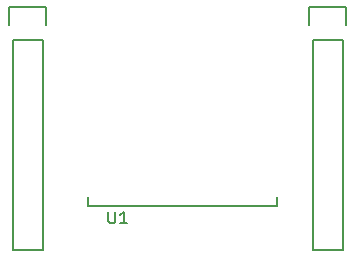
<source format=gbr>
G04 #@! TF.FileFunction,Legend,Top*
%FSLAX46Y46*%
G04 Gerber Fmt 4.6, Leading zero omitted, Abs format (unit mm)*
G04 Created by KiCad (PCBNEW 4.0.2-stable) date 08/04/2016 14:29:52*
%MOMM*%
G01*
G04 APERTURE LIST*
%ADD10C,0.100000*%
%ADD11C,0.152400*%
%ADD12C,0.150000*%
G04 APERTURE END LIST*
D10*
D11*
X187960000Y-126111000D02*
X187960000Y-126873000D01*
X187960000Y-126873000D02*
X203962000Y-126873000D01*
X203962000Y-126873000D02*
X203962000Y-126111000D01*
D12*
X184150000Y-112776000D02*
X184150000Y-130556000D01*
X184150000Y-130556000D02*
X181610000Y-130556000D01*
X181610000Y-130556000D02*
X181610000Y-112776000D01*
X184430000Y-109956000D02*
X184430000Y-111506000D01*
X184150000Y-112776000D02*
X181610000Y-112776000D01*
X181330000Y-111506000D02*
X181330000Y-109956000D01*
X181330000Y-109956000D02*
X184430000Y-109956000D01*
X209550000Y-112776000D02*
X209550000Y-130556000D01*
X209550000Y-130556000D02*
X207010000Y-130556000D01*
X207010000Y-130556000D02*
X207010000Y-112776000D01*
X209830000Y-109956000D02*
X209830000Y-111506000D01*
X209550000Y-112776000D02*
X207010000Y-112776000D01*
X206730000Y-111506000D02*
X206730000Y-109956000D01*
X206730000Y-109956000D02*
X209830000Y-109956000D01*
X189714095Y-127304381D02*
X189714095Y-128113905D01*
X189761714Y-128209143D01*
X189809333Y-128256762D01*
X189904571Y-128304381D01*
X190095048Y-128304381D01*
X190190286Y-128256762D01*
X190237905Y-128209143D01*
X190285524Y-128113905D01*
X190285524Y-127304381D01*
X191285524Y-128304381D02*
X190714095Y-128304381D01*
X190999809Y-128304381D02*
X190999809Y-127304381D01*
X190904571Y-127447238D01*
X190809333Y-127542476D01*
X190714095Y-127590095D01*
M02*

</source>
